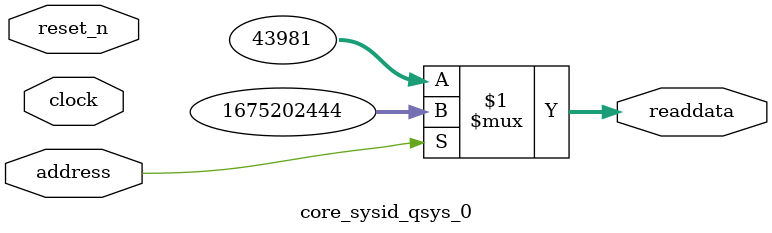
<source format=v>



// synthesis translate_off
`timescale 1ns / 1ps
// synthesis translate_on

// turn off superfluous verilog processor warnings 
// altera message_level Level1 
// altera message_off 10034 10035 10036 10037 10230 10240 10030 

module core_sysid_qsys_0 (
               // inputs:
                address,
                clock,
                reset_n,

               // outputs:
                readdata
             )
;

  output  [ 31: 0] readdata;
  input            address;
  input            clock;
  input            reset_n;

  wire    [ 31: 0] readdata;
  //control_slave, which is an e_avalon_slave
  assign readdata = address ? 1675202444 : 43981;

endmodule



</source>
